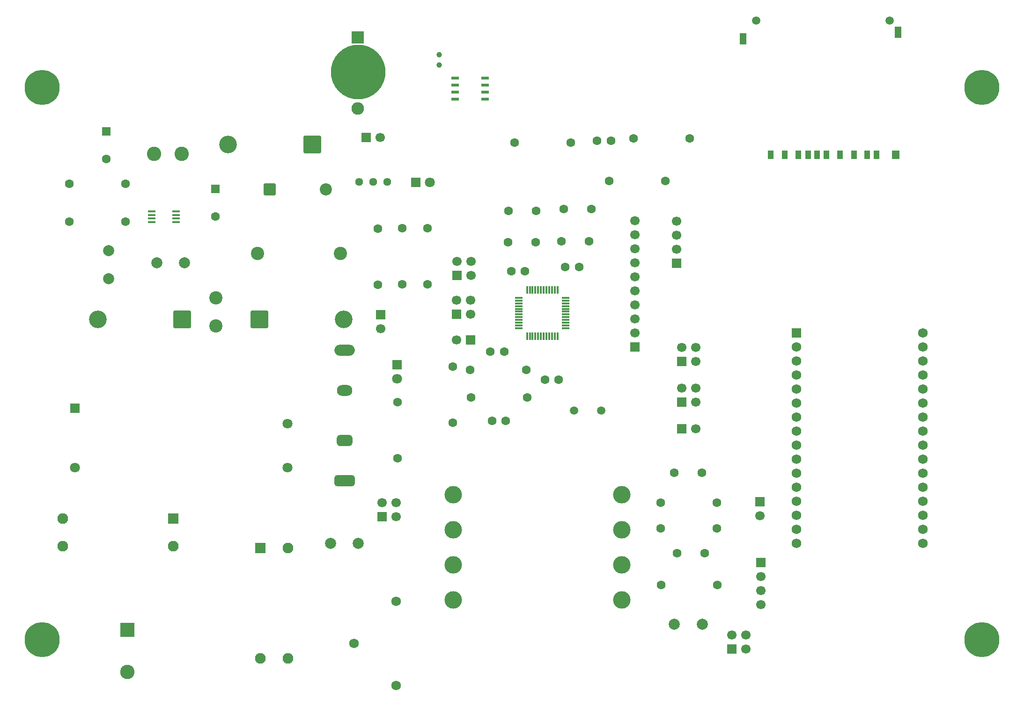
<source format=gbr>
%TF.GenerationSoftware,KiCad,Pcbnew,9.0.5*%
%TF.CreationDate,2025-12-10T02:12:08-06:00*%
%TF.ProjectId,WattMeter,57617474-4d65-4746-9572-2e6b69636164,rev?*%
%TF.SameCoordinates,Original*%
%TF.FileFunction,Soldermask,Top*%
%TF.FilePolarity,Negative*%
%FSLAX46Y46*%
G04 Gerber Fmt 4.6, Leading zero omitted, Abs format (unit mm)*
G04 Created by KiCad (PCBNEW 9.0.5) date 2025-12-10 02:12:08*
%MOMM*%
%LPD*%
G01*
G04 APERTURE LIST*
G04 Aperture macros list*
%AMRoundRect*
0 Rectangle with rounded corners*
0 $1 Rounding radius*
0 $2 $3 $4 $5 $6 $7 $8 $9 X,Y pos of 4 corners*
0 Add a 4 corners polygon primitive as box body*
4,1,4,$2,$3,$4,$5,$6,$7,$8,$9,$2,$3,0*
0 Add four circle primitives for the rounded corners*
1,1,$1+$1,$2,$3*
1,1,$1+$1,$4,$5*
1,1,$1+$1,$6,$7*
1,1,$1+$1,$8,$9*
0 Add four rect primitives between the rounded corners*
20,1,$1+$1,$2,$3,$4,$5,0*
20,1,$1+$1,$4,$5,$6,$7,0*
20,1,$1+$1,$6,$7,$8,$9,0*
20,1,$1+$1,$8,$9,$2,$3,0*%
G04 Aperture macros list end*
%ADD10C,2.000000*%
%ADD11R,1.000000X1.500000*%
%ADD12R,1.450000X1.500000*%
%ADD13R,1.200000X2.000000*%
%ADD14C,1.500000*%
%ADD15R,1.400000X0.450000*%
%ADD16R,1.450000X0.300000*%
%ADD17R,0.300000X1.450000*%
%ADD18C,1.600000*%
%ADD19R,1.700000X1.700000*%
%ADD20C,1.700000*%
%ADD21C,1.750000*%
%ADD22R,1.800000X1.800000*%
%ADD23C,1.800000*%
%ADD24C,1.000000*%
%ADD25C,2.600000*%
%ADD26R,1.460500X0.533400*%
%ADD27RoundRect,0.250000X-0.550000X0.550000X-0.550000X-0.550000X0.550000X-0.550000X0.550000X0.550000X0*%
%ADD28RoundRect,0.250000X-1.350000X-1.350000X1.350000X-1.350000X1.350000X1.350000X-1.350000X1.350000X0*%
%ADD29C,3.200000*%
%ADD30C,6.350000*%
%ADD31C,3.175000*%
%ADD32C,1.950000*%
%ADD33R,1.950000X1.950000*%
%ADD34RoundRect,0.102000X-0.762000X-0.762000X0.762000X-0.762000X0.762000X0.762000X-0.762000X0.762000X0*%
%ADD35C,1.728000*%
%ADD36RoundRect,0.250000X1.350000X1.350000X-1.350000X1.350000X-1.350000X-1.350000X1.350000X-1.350000X0*%
%ADD37C,1.440000*%
%ADD38R,2.280000X2.280000*%
%ADD39C,2.280000*%
%ADD40C,9.906000*%
%ADD41RoundRect,0.500000X1.350000X-0.500000X1.350000X0.500000X-1.350000X0.500000X-1.350000X-0.500000X0*%
%ADD42RoundRect,0.500000X0.900000X-0.500000X0.900000X0.500000X-0.900000X0.500000X-0.900000X-0.500000X0*%
%ADD43O,2.800000X2.000000*%
%ADD44O,3.700000X2.000000*%
%ADD45C,2.400000*%
%ADD46RoundRect,0.249999X-0.850001X-0.850001X0.850001X-0.850001X0.850001X0.850001X-0.850001X0.850001X0*%
%ADD47C,2.200000*%
%ADD48RoundRect,0.102000X-1.200000X1.200000X-1.200000X-1.200000X1.200000X-1.200000X1.200000X1.200000X0*%
%ADD49C,2.604000*%
G04 APERTURE END LIST*
D10*
%TO.C,RV1*%
X112880000Y-133050000D03*
X117880000Y-133050000D03*
%TD*%
D11*
%TO.C,J3*%
X195020000Y-62720000D03*
X197520000Y-62720000D03*
X200870000Y-62720000D03*
X202520000Y-62720000D03*
X205020000Y-62720000D03*
X207520000Y-62720000D03*
X209950000Y-62720000D03*
X211650000Y-62720000D03*
X192520000Y-62720000D03*
X199220000Y-62720000D03*
D12*
X215100000Y-62720000D03*
D13*
X187520000Y-41710000D03*
X215520000Y-40510000D03*
D14*
X189820000Y-38410000D03*
X213970000Y-38410000D03*
%TD*%
D15*
%TO.C,IC2*%
X80560000Y-72925000D03*
X80560000Y-73575000D03*
X80560000Y-74225000D03*
X80560000Y-74875000D03*
X84960000Y-74875000D03*
X84960000Y-74225000D03*
X84960000Y-73575000D03*
X84960000Y-72925000D03*
%TD*%
D16*
%TO.C,IC1*%
X146955000Y-88585000D03*
X146955000Y-89085000D03*
X146955000Y-89585000D03*
X146955000Y-90085000D03*
X146955000Y-90585000D03*
X146955000Y-91085000D03*
X146955000Y-91585000D03*
X146955000Y-92085000D03*
X146955000Y-92585000D03*
X146955000Y-93085000D03*
X146955000Y-93585000D03*
X146955000Y-94085000D03*
D17*
X148430000Y-95560000D03*
X148930000Y-95560000D03*
X149430000Y-95560000D03*
X149930000Y-95560000D03*
X150430000Y-95560000D03*
X150930000Y-95560000D03*
X151430000Y-95560000D03*
X151930000Y-95560000D03*
X152430000Y-95560000D03*
X152930000Y-95560000D03*
X153430000Y-95560000D03*
X153930000Y-95560000D03*
D16*
X155405000Y-94085000D03*
X155405000Y-93585000D03*
X155405000Y-93085000D03*
X155405000Y-92585000D03*
X155405000Y-92085000D03*
X155405000Y-91585000D03*
X155405000Y-91085000D03*
X155405000Y-90585000D03*
X155405000Y-90085000D03*
X155405000Y-89585000D03*
X155405000Y-89085000D03*
X155405000Y-88585000D03*
D17*
X153930000Y-87110000D03*
X153430000Y-87110000D03*
X152930000Y-87110000D03*
X152430000Y-87110000D03*
X151930000Y-87110000D03*
X151430000Y-87110000D03*
X150930000Y-87110000D03*
X150430000Y-87110000D03*
X149930000Y-87110000D03*
X149430000Y-87110000D03*
X148930000Y-87110000D03*
X148430000Y-87110000D03*
%TD*%
D18*
%TO.C,C8*%
X154650000Y-78350000D03*
X159650000Y-78350000D03*
%TD*%
D19*
%TO.C,J14*%
X185480000Y-152140000D03*
D20*
X185480000Y-149600000D03*
X188020000Y-152140000D03*
X188020000Y-149600000D03*
%TD*%
D18*
%TO.C,R18*%
X172580000Y-130350000D03*
X182740000Y-130350000D03*
%TD*%
%TO.C,C9*%
X155050000Y-72480000D03*
X160050000Y-72480000D03*
%TD*%
D21*
%TO.C,T1*%
X124720000Y-143510000D03*
X124720000Y-158750000D03*
X117100000Y-151130000D03*
%TD*%
D22*
%TO.C,D6*%
X124940000Y-100715000D03*
D23*
X124940000Y-103255000D03*
%TD*%
D18*
%TO.C,C13*%
X161080000Y-60160000D03*
X163580000Y-60160000D03*
%TD*%
D10*
%TO.C,C3*%
X86510000Y-82230000D03*
X81510000Y-82230000D03*
%TD*%
D18*
%TO.C,R19*%
X172700000Y-140570000D03*
X182860000Y-140570000D03*
%TD*%
D19*
%TO.C,J9*%
X135760000Y-84550000D03*
D20*
X135760000Y-82010000D03*
X138300000Y-84550000D03*
X138300000Y-82010000D03*
%TD*%
D24*
%TO.C,Y2*%
X132515000Y-46440000D03*
X132515000Y-44540000D03*
%TD*%
D19*
%TO.C,J1*%
X190740000Y-136550000D03*
D20*
X190740000Y-139090000D03*
X190740000Y-141630000D03*
X190740000Y-144170000D03*
%TD*%
D18*
%TO.C,R4*%
X121490000Y-86190000D03*
X121490000Y-76030000D03*
%TD*%
%TO.C,C22*%
X141780000Y-98370000D03*
X144280000Y-98370000D03*
%TD*%
D19*
%TO.C,J10*%
X135680000Y-91520000D03*
D20*
X135680000Y-88980000D03*
X138220000Y-91520000D03*
X138220000Y-88980000D03*
%TD*%
D18*
%TO.C,R3*%
X65630000Y-67900000D03*
X75790000Y-67900000D03*
%TD*%
D25*
%TO.C,L1*%
X80990000Y-62510000D03*
X85990000Y-62510000D03*
%TD*%
D18*
%TO.C,R5*%
X65660000Y-74790000D03*
X75820000Y-74790000D03*
%TD*%
%TO.C,R7*%
X156320000Y-60490000D03*
X146160000Y-60490000D03*
%TD*%
%TO.C,C21*%
X142090000Y-110850000D03*
X144590000Y-110850000D03*
%TD*%
D26*
%TO.C,U3*%
X135425850Y-48765000D03*
X135425850Y-50035000D03*
X135425850Y-51305000D03*
X135425850Y-52575000D03*
X140874150Y-52575000D03*
X140874150Y-51305000D03*
X140874150Y-50035000D03*
X140874150Y-48765000D03*
%TD*%
D18*
%TO.C,C23*%
X180540000Y-134780000D03*
X175540000Y-134780000D03*
%TD*%
D19*
%TO.C,J17*%
X176435000Y-112340000D03*
D20*
X178975000Y-112340000D03*
%TD*%
D27*
%TO.C,C2*%
X72380000Y-58480000D03*
D18*
X72380000Y-63480000D03*
%TD*%
D28*
%TO.C,D2*%
X100040000Y-92490000D03*
D29*
X115280000Y-92490000D03*
%TD*%
D22*
%TO.C,D5*%
X128340000Y-67660000D03*
D23*
X130880000Y-67660000D03*
%TD*%
D19*
%TO.C,J13*%
X138200000Y-96250000D03*
D20*
X135660000Y-96250000D03*
%TD*%
D10*
%TO.C,C4*%
X72790000Y-85080000D03*
X72790000Y-80080000D03*
%TD*%
D18*
%TO.C,R13*%
X125020000Y-107510000D03*
X125020000Y-117670000D03*
%TD*%
%TO.C,R2*%
X177810000Y-59700000D03*
X167650000Y-59700000D03*
%TD*%
D30*
%TO.C,REF\u002A\u002A*%
X60710000Y-50510000D03*
X60710000Y-150510000D03*
X230710000Y-50510000D03*
X230710000Y-150510000D03*
%TD*%
D18*
%TO.C,R14*%
X182740000Y-125700000D03*
X172580000Y-125700000D03*
%TD*%
D10*
%TO.C,F2*%
X175010000Y-147650000D03*
X180090000Y-147660000D03*
%TD*%
D31*
%TO.C,T4*%
X135096000Y-124235000D03*
X135096000Y-130585000D03*
X135096000Y-136935000D03*
X135096000Y-143285000D03*
X165576000Y-143285000D03*
X165576000Y-136935000D03*
X165576000Y-130585000D03*
X165576000Y-124235000D03*
%TD*%
D18*
%TO.C,R11*%
X138310000Y-106590000D03*
X148470000Y-106590000D03*
%TD*%
D19*
%TO.C,J12*%
X176380000Y-100130000D03*
D20*
X176380000Y-97590000D03*
X178920000Y-100130000D03*
X178920000Y-97590000D03*
%TD*%
D19*
%TO.C,J2*%
X190500000Y-125535000D03*
D20*
X190500000Y-128075000D03*
%TD*%
D32*
%TO.C,F1*%
X105220000Y-133900000D03*
D33*
X100220000Y-133900000D03*
D32*
X105220000Y-153900000D03*
X100220000Y-153900000D03*
%TD*%
D34*
%TO.C,U1*%
X197177500Y-94900000D03*
D35*
X197177500Y-97440000D03*
X197177500Y-99980000D03*
X197177500Y-102520000D03*
X197177500Y-105060000D03*
X197177500Y-107600000D03*
X197177500Y-110140000D03*
X197177500Y-112680000D03*
X197177500Y-115220000D03*
X197177500Y-117760000D03*
X197177500Y-120300000D03*
X197177500Y-122840000D03*
X197177500Y-125380000D03*
X197177500Y-127920000D03*
X197177500Y-130460000D03*
X197177500Y-133000000D03*
X220037500Y-94900000D03*
X220037500Y-97440000D03*
X220037500Y-99980000D03*
X220037500Y-102520000D03*
X220037500Y-105060000D03*
X220037500Y-107600000D03*
X220037500Y-110140000D03*
X220037500Y-112680000D03*
X220037500Y-115220000D03*
X220037500Y-117760000D03*
X220037500Y-120300000D03*
X220037500Y-122840000D03*
X220037500Y-125380000D03*
X220037500Y-127920000D03*
X220037500Y-130460000D03*
X220037500Y-133000000D03*
%TD*%
D18*
%TO.C,C24*%
X175010000Y-120220000D03*
X180010000Y-120220000D03*
%TD*%
D27*
%TO.C,C5*%
X92070000Y-68900000D03*
D18*
X92070000Y-73900000D03*
%TD*%
D14*
%TO.C,Y1*%
X156950000Y-109030000D03*
X161830000Y-109030000D03*
%TD*%
D19*
%TO.C,J18*%
X119300000Y-59570000D03*
D20*
X121840000Y-59570000D03*
%TD*%
D18*
%TO.C,C12*%
X157830000Y-83040000D03*
X155330000Y-83040000D03*
%TD*%
D32*
%TO.C,F3*%
X84450000Y-133580000D03*
D33*
X84450000Y-128580000D03*
D32*
X64450000Y-133580000D03*
X64450000Y-128580000D03*
%TD*%
D36*
%TO.C,D1*%
X109620000Y-60790000D03*
D29*
X94380000Y-60790000D03*
%TD*%
D19*
%TO.C,J16*%
X176380000Y-107440000D03*
D20*
X176380000Y-104900000D03*
X178920000Y-107440000D03*
X178920000Y-104900000D03*
%TD*%
D18*
%TO.C,C15*%
X148060000Y-83750000D03*
X145560000Y-83750000D03*
%TD*%
D37*
%TO.C,RV2*%
X123150000Y-67610000D03*
X120610000Y-67610000D03*
X118070000Y-67610000D03*
%TD*%
D38*
%TO.C,BT1*%
X117825000Y-41470000D03*
D39*
X117825000Y-54270000D03*
D40*
X117875000Y-47690000D03*
%TD*%
D19*
%TO.C,J15*%
X122220000Y-128250000D03*
D20*
X122220000Y-125710000D03*
X124760000Y-128250000D03*
X124760000Y-125710000D03*
%TD*%
D41*
%TO.C,F4*%
X115440000Y-121670000D03*
D42*
X115440000Y-114400000D03*
D43*
X115440000Y-105320000D03*
D44*
X115440000Y-98050000D03*
%TD*%
D45*
%TO.C,R8*%
X92140000Y-88600000D03*
X92140000Y-93680000D03*
%TD*%
D22*
%TO.C,PS1*%
X66640000Y-108580000D03*
D23*
X66640000Y-119330000D03*
X105140000Y-119330000D03*
X105140000Y-111330000D03*
%TD*%
D46*
%TO.C,D4*%
X101910000Y-68920000D03*
D47*
X112070000Y-68920000D03*
%TD*%
D19*
%TO.C,J19*%
X121940000Y-91625000D03*
D20*
X121940000Y-94165000D03*
%TD*%
D45*
%TO.C,C6*%
X99660000Y-80570000D03*
X114660000Y-80570000D03*
%TD*%
D18*
%TO.C,C16*%
X151660000Y-103410000D03*
X154160000Y-103410000D03*
%TD*%
D48*
%TO.C,J11*%
X76160000Y-148730000D03*
D49*
X76160000Y-156350000D03*
%TD*%
D18*
%TO.C,R9*%
X134990000Y-101030000D03*
X134990000Y-111190000D03*
%TD*%
D36*
%TO.C,D3*%
X86020000Y-92470000D03*
D29*
X70780000Y-92470000D03*
%TD*%
D18*
%TO.C,R1*%
X173450000Y-67430000D03*
X163290000Y-67430000D03*
%TD*%
%TO.C,R6*%
X125830000Y-86170000D03*
X125830000Y-76010000D03*
%TD*%
D19*
%TO.C,J4*%
X167930000Y-97490000D03*
D20*
X167930000Y-94950000D03*
X167930000Y-92410000D03*
X167930000Y-89870000D03*
X167930000Y-87330000D03*
X167930000Y-84790000D03*
X167930000Y-82250000D03*
X167930000Y-79710000D03*
X167930000Y-77170000D03*
X167930000Y-74630000D03*
%TD*%
D19*
%TO.C,J5*%
X175480000Y-82310000D03*
D20*
X175480000Y-79770000D03*
X175480000Y-77230000D03*
X175480000Y-74690000D03*
%TD*%
D18*
%TO.C,R12*%
X130410000Y-75940000D03*
X130410000Y-86100000D03*
%TD*%
%TO.C,R10*%
X138130000Y-101640000D03*
X148290000Y-101640000D03*
%TD*%
%TO.C,C7*%
X150000000Y-78480000D03*
X145000000Y-78480000D03*
%TD*%
%TO.C,C10*%
X150040000Y-72820000D03*
X145040000Y-72820000D03*
%TD*%
M02*

</source>
